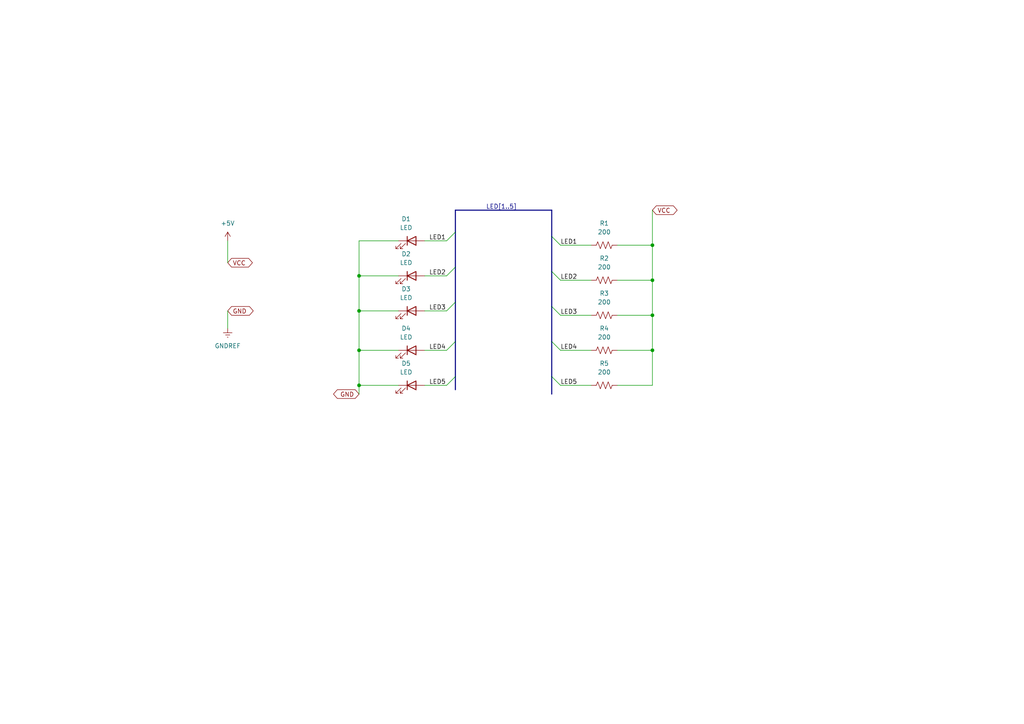
<source format=kicad_sch>
(kicad_sch (version 20211123) (generator eeschema)
  (paper "A4")
  (lib_symbols
    (symbol "Device:LED" (pin_numbers hide) (pin_names (offset 1.016) hide)
      (property "Reference" "D" (at 0 2.54 0))
      (property "Value" "LED" (at 0 -2.54 0))
      (symbol "LED_0_1"
        (polyline (pts (xy -1.27 -1.27) (xy -1.27 1.27)) (stroke (width 0.254)))
        (polyline (pts (xy -1.27 0) (xy 1.27 0)))
        (polyline (pts (xy 1.27 -1.27) (xy 1.27 1.27) (xy -1.27 0) (xy 1.27 -1.27)) (stroke (width 0.254)))
        (polyline (pts (xy -3.048 -0.762) (xy -4.572 -2.286) (xy -3.81 -2.286) (xy -4.572 -2.286) (xy -4.572 -1.524)))
        (polyline (pts (xy -1.778 -0.762) (xy -3.302 -2.286) (xy -2.54 -2.286) (xy -3.302 -2.286) (xy -3.302 -1.524)))
      )
      (symbol "LED_1_1"
        (pin passive line (at -3.81 0 0) (length 2.54) (name "K") (number "1"))
        (pin passive line (at 3.81 0 180) (length 2.54) (name "A") (number "2"))
      )
    )
    (symbol "Device:R_US" (pin_numbers hide) (pin_names (offset 0))
      (property "Reference" "R" (at 2.54 0 90))
      (property "Value" "R_US" (at -2.54 0 90))
      (symbol "R_US_0_1"
        (polyline (pts (xy 0 -2.286) (xy 0 -2.54)))
        (polyline (pts (xy 0 2.286) (xy 0 2.54)))
        (polyline (pts (xy 0 -0.762) (xy 1.016 -1.143) (xy 0 -1.524) (xy -1.016 -1.905) (xy 0 -2.286)))
        (polyline (pts (xy 0 0.762) (xy 1.016 0.381) (xy 0 0) (xy -1.016 -0.381) (xy 0 -0.762)))
        (polyline (pts (xy 0 2.286) (xy 1.016 1.905) (xy 0 1.524) (xy -1.016 1.143) (xy 0 0.762)))
      )
      (symbol "R_US_1_1"
        (pin passive line (at 0 3.81 270) (length 1.27) (name "~") (number "1"))
        (pin passive line (at 0 -3.81 90) (length 1.27) (name "~") (number "2"))
      )
    )
    (symbol "power:+5V" (power) (pin_names (offset 0))
      (property "Value" "+5V" (at 0 3.556 0))
      (symbol "+5V_0_1"
        (polyline (pts (xy -0.762 1.27) (xy 0 2.54)))
        (polyline (pts (xy 0 0) (xy 0 2.54)))
        (polyline (pts (xy 0 2.54) (xy 0.762 1.27)))
      )
      (symbol "+5V_1_1"
        (pin power_in line (at 0 0 90) (length 0) hide (name "+5V") (number "1"))
      )
    )
    (symbol "power:GNDREF" (power) (pin_names (offset 0))
      (property "Value" "GNDREF" (at 0 -3.81 0))
      (symbol "GNDREF_0_1"
        (polyline (pts (xy -0.635 -1.905) (xy 0.635 -1.905)))
        (polyline (pts (xy -0.127 -2.54) (xy 0.127 -2.54)))
        (polyline (pts (xy 0 -1.27) (xy 0 0)))
        (polyline (pts (xy 1.27 -1.27) (xy -1.27 -1.27)))
      )
      (symbol "GNDREF_1_1"
        (pin power_in line (at 0 0 270) (length 0) hide (name "GNDREF") (number "1"))
      )
    )
  )
  (junction (at 189.23 71.12))
  (junction (at 104.14 80.01))
  (junction (at 104.14 90.17))
  (junction (at 189.23 81.28))
  (junction (at 189.23 91.44))
  (junction (at 104.14 111.76))
  (junction (at 189.23 101.6))
  (junction (at 104.14 101.6))
  (bus_entry (at 160.02 109.22) (size 2.54 2.54))
  (bus_entry (at 132.08 87.63) (size -2.54 2.54))
  (bus_entry (at 160.02 88.9) (size 2.54 2.54))
  (bus_entry (at 160.02 99.06) (size 2.54 2.54))
  (bus_entry (at 132.08 67.31) (size -2.54 2.54))
  (bus_entry (at 132.08 109.22) (size -2.54 2.54))
  (bus_entry (at 160.02 78.74) (size 2.54 2.54))
  (bus_entry (at 132.08 99.06) (size -2.54 2.54))
  (bus_entry (at 132.08 77.47) (size -2.54 2.54))
  (bus_entry (at 160.02 68.58) (size 2.54 2.54))
  (wire (pts (xy 123.19 101.6) (xy 129.54 101.6)))
  (wire (pts (xy 104.14 80.01) (xy 104.14 90.17)))
  (wire (pts (xy 104.14 90.17) (xy 104.14 101.6)))
  (bus (pts (xy 132.08 60.96) (xy 132.08 67.31)))
  (bus (pts (xy 160.02 68.58) (xy 160.02 60.96)))
  (bus (pts (xy 160.02 114.3) (xy 160.02 109.22)))
  (wire (pts (xy 104.14 101.6) (xy 104.14 111.76)))
  (wire (pts (xy 189.23 81.28) (xy 189.23 91.44)))
  (wire (pts (xy 104.14 80.01) (xy 115.57 80.01)))
  (wire (pts (xy 104.14 90.17) (xy 115.57 90.17)))
  (wire (pts (xy 189.23 91.44) (xy 189.23 101.6)))
  (wire (pts (xy 123.19 69.85) (xy 129.54 69.85)))
  (wire (pts (xy 104.14 69.85) (xy 104.14 80.01)))
  (wire (pts (xy 66.04 69.85) (xy 66.04 76.2)))
  (bus (pts (xy 160.02 78.74) (xy 160.02 68.58)))
  (wire (pts (xy 189.23 60.96) (xy 189.23 71.12)))
  (wire (pts (xy 66.04 90.17) (xy 66.04 95.25)))
  (wire (pts (xy 189.23 71.12) (xy 189.23 81.28)))
  (wire (pts (xy 162.56 101.6) (xy 171.45 101.6)))
  (bus (pts (xy 132.08 87.63) (xy 132.08 99.06)))
  (bus (pts (xy 132.08 77.47) (xy 132.08 87.63)))
  (wire (pts (xy 179.07 111.76) (xy 189.23 111.76)))
  (wire (pts (xy 123.19 111.76) (xy 129.54 111.76)))
  (wire (pts (xy 104.14 111.76) (xy 104.14 114.3)))
  (wire (pts (xy 115.57 69.85) (xy 104.14 69.85)))
  (wire (pts (xy 104.14 111.76) (xy 115.57 111.76)))
  (bus (pts (xy 160.02 88.9) (xy 160.02 78.74)))
  (wire (pts (xy 104.14 101.6) (xy 115.57 101.6)))
  (wire (pts (xy 162.56 91.44) (xy 171.45 91.44)))
  (wire (pts (xy 162.56 71.12) (xy 171.45 71.12)))
  (wire (pts (xy 179.07 91.44) (xy 189.23 91.44)))
  (wire (pts (xy 179.07 101.6) (xy 189.23 101.6)))
  (bus (pts (xy 160.02 109.22) (xy 160.02 99.06)))
  (bus (pts (xy 160.02 60.96) (xy 132.08 60.96)))
  (wire (pts (xy 162.56 81.28) (xy 171.45 81.28)))
  (wire (pts (xy 123.19 90.17) (xy 129.54 90.17)))
  (bus (pts (xy 132.08 99.06) (xy 132.08 109.22)))
  (wire (pts (xy 189.23 101.6) (xy 189.23 111.76)))
  (bus (pts (xy 160.02 99.06) (xy 160.02 88.9)))
  (wire (pts (xy 179.07 71.12) (xy 189.23 71.12)))
  (wire (pts (xy 123.19 80.01) (xy 129.54 80.01)))
  (bus (pts (xy 132.08 109.22) (xy 132.08 113.03)))
  (wire (pts (xy 179.07 81.28) (xy 189.23 81.28)))
  (wire (pts (xy 162.56 111.76) (xy 171.45 111.76)))
  (bus (pts (xy 132.08 67.31) (xy 132.08 77.47)))
  (label "LED2" (at 162.56 81.28 0))
  (label "LED1" (at 124.46 69.85 0))
  (label "LED4" (at 124.46 101.6 0))
  (label "LED[1..5]" (at 140.97 60.96 0))
  (label "LED3" (at 124.46 90.17 0))
  (label "LED2" (at 124.46 80.01 0))
  (label "LED3" (at 162.56 91.44 0))
  (label "LED5" (at 162.56 111.76 0))
  (label "LED5" (at 124.46 111.76 0))
  (label "LED4" (at 162.56 101.6 0))
  (label "LED1" (at 162.56 71.12 0))
  (global_label "VCC" (shape bidirectional) (at 66.04 76.2 0) (property "Intersheet References" "${INTERSHEET_REFS}" (effects hide)))
  (global_label "VCC" (shape bidirectional) (at 189.23 60.96 0) (property "Intersheet References" "${INTERSHEET_REFS}" (effects hide)))
  (global_label "GND" (shape bidirectional) (at 104.14 114.3 180) (property "Intersheet References" "${INTERSHEET_REFS}" (effects hide)))
  (global_label "GND" (shape bidirectional) (at 66.04 90.17 0) (property "Intersheet References" "${INTERSHEET_REFS}" (effects hide)))
  (symbol (lib_id "Device:R_US") (at 175.26 111.76 90) (unit 1)
    (property "Reference" "R5" (at 175.26 105.41 90))
    (property "Value" "200" (at 175.26 107.95 90))
  )
  (symbol (lib_id "power:GNDREF") (at 66.04 95.25 0) (unit 1)
    (property "Reference" "#PWR02" (effects hide))
    (property "Value" "GNDREF" (at 66.04 100.33 0))
  )
  (symbol (lib_id "Device:LED") (at 119.38 80.01 0) (unit 1)
    (property "Reference" "D2" (at 117.7925 73.66 0))
    (property "Value" "LED" (at 117.7925 76.2 0))
  )
  (symbol (lib_id "Device:R_US") (at 175.26 91.44 90) (unit 1)
    (property "Reference" "R3" (at 175.26 85.09 90))
    (property "Value" "200" (at 175.26 87.63 90))
  )
  (symbol (lib_id "Device:LED") (at 119.38 69.85 0) (unit 1)
    (property "Reference" "D1" (at 117.7925 63.5 0))
    (property "Value" "LED" (at 117.7925 66.04 0))
  )
  (symbol (lib_id "Device:LED") (at 119.38 101.6 0) (unit 1)
    (property "Reference" "D4" (at 117.7925 95.25 0))
    (property "Value" "LED" (at 117.7925 97.79 0))
  )
  (symbol (lib_id "power:+5V") (at 66.04 69.85 0) (unit 1)
    (property "Reference" "#PWR01" (effects hide))
    (property "Value" "+5V" (at 66.04 64.77 0))
  )
  (symbol (lib_id "Device:R_US") (at 175.26 81.28 90) (unit 1)
    (property "Reference" "R2" (at 175.26 74.93 90))
    (property "Value" "200" (at 175.26 77.47 90))
  )
  (symbol (lib_id "Device:LED") (at 119.38 90.17 0) (unit 1)
    (property "Reference" "D3" (at 117.7925 83.82 0))
    (property "Value" "LED" (at 117.7925 86.36 0))
  )
  (symbol (lib_id "Device:R_US") (at 175.26 101.6 90) (unit 1)
    (property "Reference" "R4" (at 175.26 95.25 90))
    (property "Value" "200" (at 175.26 97.79 90))
  )
  (symbol (lib_id "Device:R_US") (at 175.26 71.12 90) (unit 1)
    (property "Reference" "R1" (at 175.26 64.77 90))
    (property "Value" "200" (at 175.26 67.31 90))
  )
  (symbol (lib_id "Device:LED") (at 119.38 111.76 0) (unit 1)
    (property "Reference" "D5" (at 117.7925 105.41 0))
    (property "Value" "LED" (at 117.7925 107.95 0))
  )
)
</source>
